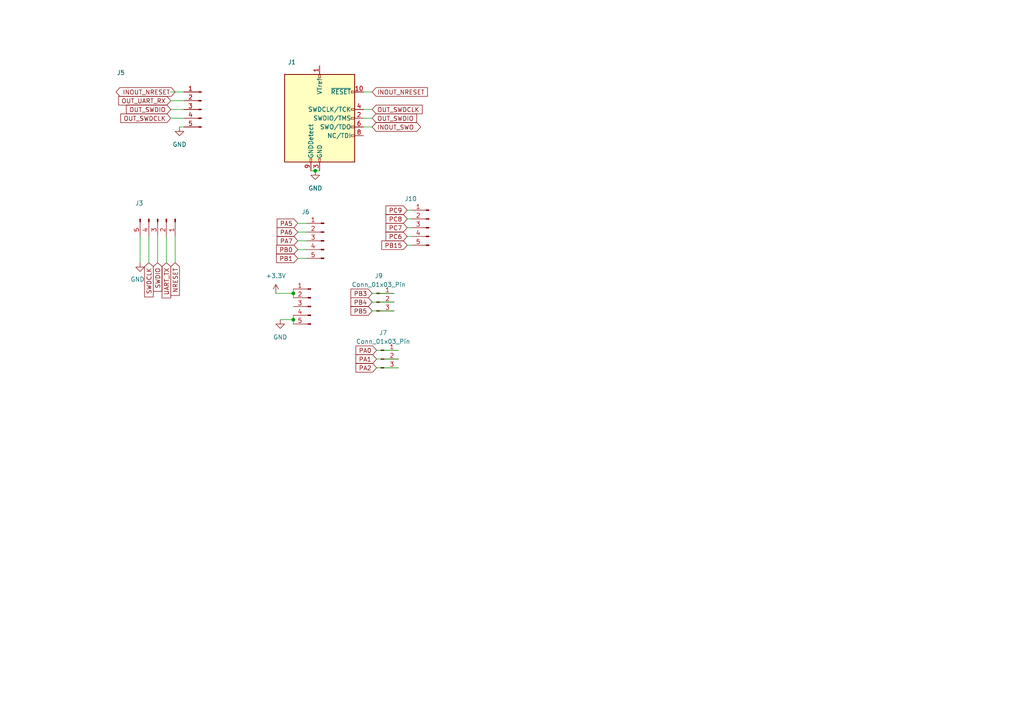
<source format=kicad_sch>
(kicad_sch (version 20231120) (generator "eeschema") (generator_version "8.0")
  (paper "A4")
  (title_block (title "Swindle CH32V303") (rev "H"))
  (lib_symbols
    (symbol "Connector:Conn_01x03_Pin" (pin_names (offset 1.016) hide)
      (property "Reference" "J" (at 0 5.08 0))
      (property "Value" "Conn_01x03_Pin" (at 0 -5.08 0))
      (symbol "Conn_01x03_Pin_1_1"
        (polyline (pts (xy 1.27 -2.54) (xy 0.8636 -2.54)) (stroke (width 0.1524)))
        (polyline (pts (xy 1.27 0) (xy 0.8636 0)) (stroke (width 0.1524)))
        (polyline (pts (xy 1.27 2.54) (xy 0.8636 2.54)) (stroke (width 0.1524)))
        (rectangle (start 0.8636 -2.413) (end 0 -2.667) (stroke (width 0.1524)) (fill (type outline)))
        (rectangle (start 0.8636 0.127) (end 0 -0.127) (stroke (width 0.1524)) (fill (type outline)))
        (rectangle (start 0.8636 2.667) (end 0 2.413) (stroke (width 0.1524)) (fill (type outline)))
        (pin passive line (at 5.08 2.54 180) (length 3.81) (name "Pin_1") (number "1"))
        (pin passive line (at 5.08 0 180) (length 3.81) (name "Pin_2") (number "2"))
        (pin passive line (at 5.08 -2.54 180) (length 3.81) (name "Pin_3") (number "3"))
      )
    )
    (symbol "Connector:Conn_01x05_Male" (pin_names (offset 1.016) hide)
      (property "Reference" "J" (at 0 7.62 0))
      (property "Value" "Conn_01x05_Male" (at 0 -7.62 0))
      (symbol "Conn_01x05_Male_1_1"
        (polyline (pts (xy 1.27 -5.08) (xy 0.8636 -5.08)) (stroke (width 0.1524)))
        (polyline (pts (xy 1.27 -2.54) (xy 0.8636 -2.54)) (stroke (width 0.1524)))
        (polyline (pts (xy 1.27 0) (xy 0.8636 0)) (stroke (width 0.1524)))
        (polyline (pts (xy 1.27 2.54) (xy 0.8636 2.54)) (stroke (width 0.1524)))
        (polyline (pts (xy 1.27 5.08) (xy 0.8636 5.08)) (stroke (width 0.1524)))
        (rectangle (start 0.8636 -4.953) (end 0 -5.207) (stroke (width 0.1524)) (fill (type outline)))
        (rectangle (start 0.8636 -2.413) (end 0 -2.667) (stroke (width 0.1524)) (fill (type outline)))
        (rectangle (start 0.8636 0.127) (end 0 -0.127) (stroke (width 0.1524)) (fill (type outline)))
        (rectangle (start 0.8636 2.667) (end 0 2.413) (stroke (width 0.1524)) (fill (type outline)))
        (rectangle (start 0.8636 5.207) (end 0 4.953) (stroke (width 0.1524)) (fill (type outline)))
        (pin passive line (at 5.08 5.08 180) (length 3.81) (name "Pin_1") (number "1"))
        (pin passive line (at 5.08 2.54 180) (length 3.81) (name "Pin_2") (number "2"))
        (pin passive line (at 5.08 0 180) (length 3.81) (name "Pin_3") (number "3"))
        (pin passive line (at 5.08 -2.54 180) (length 3.81) (name "Pin_4") (number "4"))
        (pin passive line (at 5.08 -5.08 180) (length 3.81) (name "Pin_5") (number "5"))
      )
    )
    (symbol "Connector:Conn_ARM_JTAG_SWD_10" (pin_names (offset 1.016))
      (property "Reference" "J" (at -2.54 16.51 0))
      (property "Value" "Conn_ARM_JTAG_SWD_10" (at -2.54 13.97 0))
      (symbol "Conn_ARM_JTAG_SWD_10_0_1"
        (rectangle (start -10.16 12.7) (end 10.16 -12.7) (stroke (width 0.254)) (fill (type background)))
        (rectangle (start -2.794 -12.7) (end -2.286 -11.684))
        (rectangle (start -0.254 -12.7) (end 0.254 -11.684))
        (rectangle (start -0.254 12.7) (end 0.254 11.684))
        (rectangle (start 9.144 2.286) (end 10.16 2.794))
        (rectangle (start 10.16 -2.794) (end 9.144 -2.286))
        (rectangle (start 10.16 -0.254) (end 9.144 0.254))
        (rectangle (start 10.16 7.874) (end 9.144 7.366))
      )
      (symbol "Conn_ARM_JTAG_SWD_10_1_1"
        (rectangle (start 9.144 -5.334) (end 10.16 -4.826))
        (pin power_in line (at 0 15.24 270) (length 2.54) (name "VTref") (number "1"))
        (pin open_collector line (at 12.7 7.62 180) (length 2.54) (name "~{RESET}") (number "10"))
        (pin bidirectional line (at 12.7 0 180) (length 2.54) (name "SWDIO/TMS") (number "2"))
        (pin power_in line (at 0 -15.24 90) (length 2.54) (name "GND") (number "3"))
        (pin output line (at 12.7 2.54 180) (length 2.54) (name "SWDCLK/TCK") (number "4"))
        (pin passive line (at 0 -15.24 90) (length 2.54) hide (name "GND") (number "5"))
        (pin input line (at 12.7 -2.54 180) (length 2.54) (name "SWO/TDO") (number "6"))
        (pin no_connect line (at -10.16 0 0) (length 2.54) hide (name "KEY") (number "7"))
        (pin output line (at 12.7 -5.08 180) (length 2.54) (name "NC/TDI") (number "8"))
        (pin passive line (at -2.54 -15.24 90) (length 2.54) (name "GNDDetect") (number "9"))
      )
    )
    (symbol "power:+3.3V" (power) (pin_numbers hide) (pin_names (offset 0) hide)
      (property "Value" "+3.3V" (at 0 3.556 0))
      (symbol "+3.3V_0_1"
        (polyline (pts (xy -0.762 1.27) (xy 0 2.54)))
        (polyline (pts (xy 0 0) (xy 0 2.54)))
        (polyline (pts (xy 0 2.54) (xy 0.762 1.27)))
      )
      (symbol "+3.3V_1_1"
        (pin power_in line (at 0 0 90) (length 0) (name "~") (number "1"))
      )
    )
    (symbol "power:GND" (power) (pin_names (offset 0))
      (property "Value" "GND" (at 0 -3.81 0))
      (symbol "GND_0_1"
        (polyline (pts (xy 0 0) (xy 0 -1.27) (xy 1.27 -1.27) (xy 0 -2.54) (xy -1.27 -1.27) (xy 0 -1.27)))
      )
      (symbol "GND_1_1"
        (pin power_in line (at 0 0 270) (length 0) hide (name "GND") (number "1"))
      )
    )
  )
  (junction (at 85.09 85.09))
  (junction (at 91.44 49.53))
  (junction (at 85.09 92.71))
  (wire (pts (xy 107.95 87.63) (xy 114.3 87.63)))
  (wire (pts (xy 118.11 63.5) (xy 119.38 63.5)))
  (wire (pts (xy 109.22 106.68) (xy 115.57 106.68)))
  (wire (pts (xy 52.07 36.83) (xy 53.34 36.83)))
  (wire (pts (xy 107.95 90.17) (xy 114.3 90.17)))
  (wire (pts (xy 118.11 66.04) (xy 119.38 66.04)))
  (wire (pts (xy 109.22 101.6) (xy 115.57 101.6)))
  (wire (pts (xy 91.44 49.53) (xy 92.71 49.53)))
  (wire (pts (xy 107.95 85.09) (xy 114.3 85.09)))
  (wire (pts (xy 118.11 68.58) (xy 119.38 68.58)))
  (wire (pts (xy 49.53 34.29) (xy 53.34 34.29)))
  (wire (pts (xy 86.36 69.85) (xy 88.9 69.85)))
  (wire (pts (xy 105.41 26.67) (xy 107.95 26.67)))
  (wire (pts (xy 86.36 64.77) (xy 88.9 64.77)))
  (wire (pts (xy 85.09 92.71) (xy 85.09 93.98)))
  (wire (pts (xy 49.53 26.67) (xy 53.34 26.67)))
  (wire (pts (xy 109.22 104.14) (xy 115.57 104.14)))
  (wire (pts (xy 48.26 68.58) (xy 48.26 76.2)))
  (wire (pts (xy 81.28 92.71) (xy 85.09 92.71)))
  (wire (pts (xy 86.36 67.31) (xy 88.9 67.31)))
  (wire (pts (xy 80.01 85.09) (xy 85.09 85.09)))
  (wire (pts (xy 43.18 68.58) (xy 43.18 76.2)))
  (wire (pts (xy 50.8 68.58) (xy 50.8 76.2)))
  (wire (pts (xy 118.11 60.96) (xy 119.38 60.96)))
  (wire (pts (xy 85.09 85.09) (xy 85.09 86.36)))
  (wire (pts (xy 45.72 68.58) (xy 45.72 76.2)))
  (wire (pts (xy 90.17 49.53) (xy 91.44 49.53)))
  (wire (pts (xy 49.53 31.75) (xy 53.34 31.75)))
  (wire (pts (xy 118.11 71.12) (xy 119.38 71.12)))
  (wire (pts (xy 105.41 31.75) (xy 107.95 31.75)))
  (wire (pts (xy 40.64 68.58) (xy 40.64 76.2)))
  (wire (pts (xy 105.41 34.29) (xy 107.95 34.29)))
  (wire (pts (xy 49.53 29.21) (xy 53.34 29.21)))
  (wire (pts (xy 85.09 91.44) (xy 85.09 92.71)))
  (wire (pts (xy 105.41 36.83) (xy 107.95 36.83)))
  (wire (pts (xy 86.36 74.93) (xy 88.9 74.93)))
  (wire (pts (xy 85.09 83.82) (xy 85.09 85.09)))
  (wire (pts (xy 86.36 72.39) (xy 88.9 72.39)))
  (global_label "OUT_SWDIO" (shape input) (at 49.53 31.75 180) (property "Intersheetrefs" "${INTERSHEET_REFS}" (effects (hide yes))))
  (global_label "PA6" (shape input) (at 86.36 67.31 180) (property "Intersheetrefs" "${INTERSHEET_REFS}" (effects (hide yes))))
  (global_label "INOUT_NRESET" (shape input) (at 107.95 26.67 0) (property "Intersheetrefs" "${INTERSHEET_REFS}" (effects (hide yes))))
  (global_label "SWDCLK" (shape input) (at 43.18 76.2 270) (property "Intersheetrefs" "${INTERSHEET_REFS}" (effects (hide yes))))
  (global_label "PA1" (shape input) (at 109.22 104.14 180) (property "Intersheetrefs" "${INTERSHEET_REFS}" (effects (hide yes))))
  (global_label "PB15" (shape input) (at 118.11 71.12 180) (property "Intersheetrefs" "${INTERSHEET_REFS}" (effects (hide yes))))
  (global_label "SWDIO" (shape input) (at 45.72 76.2 270) (property "Intersheetrefs" "${INTERSHEET_REFS}" (effects (hide yes))))
  (global_label "PB1" (shape input) (at 86.36 74.93 180) (property "Intersheetrefs" "${INTERSHEET_REFS}" (effects (hide yes))))
  (global_label "PA0" (shape input) (at 109.22 101.6 180) (property "Intersheetrefs" "${INTERSHEET_REFS}" (effects (hide yes))))
  (global_label "PC6" (shape input) (at 118.11 68.58 180) (property "Intersheetrefs" "${INTERSHEET_REFS}" (effects (hide yes))))
  (global_label "PA5" (shape input) (at 86.36 64.77 180) (property "Intersheetrefs" "${INTERSHEET_REFS}" (effects (hide yes))))
  (global_label "PB3" (shape input) (at 107.95 85.09 180) (property "Intersheetrefs" "${INTERSHEET_REFS}" (effects (hide yes))))
  (global_label "PB5" (shape input) (at 107.95 90.17 180) (property "Intersheetrefs" "${INTERSHEET_REFS}" (effects (hide yes))))
  (global_label "OUT_SWDCLK" (shape input) (at 49.53 34.29 180) (property "Intersheetrefs" "${INTERSHEET_REFS}" (effects (hide yes))))
  (global_label "PA2" (shape input) (at 109.22 106.68 180) (property "Intersheetrefs" "${INTERSHEET_REFS}" (effects (hide yes))))
  (global_label "OUT_SWDIO" (shape input) (at 107.95 34.29 0) (property "Intersheetrefs" "${INTERSHEET_REFS}" (effects (hide yes))))
  (global_label "UART_TX" (shape input) (at 48.26 76.2 270) (property "Intersheetrefs" "${INTERSHEET_REFS}" (effects (hide yes))))
  (global_label "PC9" (shape input) (at 118.11 60.96 180) (property "Intersheetrefs" "${INTERSHEET_REFS}" (effects (hide yes))))
  (global_label "PC8" (shape input) (at 118.11 63.5 180) (property "Intersheetrefs" "${INTERSHEET_REFS}" (effects (hide yes))))
  (global_label "OUT_SWDCLK" (shape input) (at 107.95 31.75 0) (property "Intersheetrefs" "${INTERSHEET_REFS}" (effects (hide yes))))
  (global_label "PB0" (shape input) (at 86.36 72.39 180) (property "Intersheetrefs" "${INTERSHEET_REFS}" (effects (hide yes))))
  (global_label "PB4" (shape input) (at 107.95 87.63 180) (property "Intersheetrefs" "${INTERSHEET_REFS}" (effects (hide yes))))
  (global_label "PC7" (shape input) (at 118.11 66.04 180) (property "Intersheetrefs" "${INTERSHEET_REFS}" (effects (hide yes))))
  (global_label "INOUT_SWO" (shape bidirectional) (at 107.95 36.83 0) (property "Intersheetrefs" "${INTERSHEET_REFS}" (effects (hide yes))))
  (global_label "OUT_UART_RX" (shape input) (at 49.53 29.21 180) (property "Intersheetrefs" "${INTERSHEET_REFS}" (effects (hide yes))))
  (global_label "PA7" (shape input) (at 86.36 69.85 180) (property "Intersheetrefs" "${INTERSHEET_REFS}" (effects (hide yes))))
  (global_label "NRESET" (shape input) (at 50.8 76.2 270) (property "Intersheetrefs" "${INTERSHEET_REFS}" (effects (hide yes))))
  (global_label "INOUT_NRESET" (shape bidirectional) (at 50.8 26.67 180) (property "Intersheetrefs" "${INTERSHEET_REFS}" (effects (hide yes))))
  (symbol (lib_id "Connector:Conn_01x05_Male") (at 90.17 88.9 0) (mirror y) (unit 1)
    (property "Reference" "J8" (effects (hide yes)))
    (property "Value" "Debug port" (effects (hide yes)))
    (property "Footprint" "Connector_PinSocket_1.27mm:PinSocket_1x05_P1.27mm_Vertical" (effects (hide yes)))
  )
  (symbol (lib_id "Connector:Conn_ARM_JTAG_SWD_10") (at 92.71 34.29 0) (unit 1)
    (property "Reference" "J1" (at 85.852 18.034 0) (effects (justify right)))
    (property "Value" "jtag" (effects (hide yes)))
    (property "Footprint" "Connector_PinHeader_1.27mm:PinHeader_2x05_P1.27mm_Vertical_SMD" (effects (hide yes)))
    (property "Datasheet" "http://infocenter.arm.com/help/topic/com.arm.doc.ddi0314h/DDI0314H_coresight_components_trm.pdf" (effects (hide yes)))
    (property "Description" "Cortex Debug Connector, standard ARM Cortex-M SWD and JTAG interface" (effects (hide yes)))
  )
  (symbol (lib_id "Connector:Conn_01x05_Male") (at 93.98 69.85 0) (mirror y) (unit 1)
    (property "Reference" "J6" (at 88.646 61.468 0))
    (property "Value" "Debug port" (effects (hide yes)))
    (property "Footprint" "Connector_PinSocket_1.27mm:PinSocket_1x05_P1.27mm_Vertical" (effects (hide yes)))
  )
  (symbol (lib_id "power:+3.3V") (at 80.01 85.09 0) (unit 1)
    (property "Reference" "#PWR036" (effects (hide yes)))
    (property "Value" "+3.3V" (at 80.01 80.01 0))
    (property "Description" "Power symbol creates a global label with name \"+3.3V\"" (effects (hide yes)))
  )
  (symbol (lib_id "Connector:Conn_01x05_Male") (at 45.72 63.5 270) (unit 1)
    (property "Reference" "J3" (at 40.386 58.928 90))
    (property "Value" "Dbg" (effects (hide yes)))
    (property "Footprint" "Connector_PinSocket_1.27mm:PinSocket_1x05_P1.27mm_Vertical" (effects (hide yes)))
  )
  (symbol (lib_id "Connector:Conn_01x03_Pin") (at 109.22 87.63 0) (unit 1)
    (property "Reference" "J9" (at 109.855 80.01 0))
    (property "Value" "Conn_01x03_Pin" (at 109.855 82.55 0))
    (property "Footprint" "Connector_PinSocket_1.27mm:PinSocket_1x03_P1.27mm_Vertical" (effects (hide yes)))
    (property "Description" "Generic connector, single row, 01x03, script generated" (effects (hide yes)))
  )
  (symbol (lib_id "Connector:Conn_01x05_Male") (at 124.46 66.04 0) (mirror y) (unit 1)
    (property "Reference" "J10" (at 119.126 57.658 0))
    (property "Value" "Debug port" (effects (hide yes)))
    (property "Footprint" "Connector_PinSocket_1.27mm:PinSocket_1x05_P1.27mm_Vertical" (effects (hide yes)))
  )
  (symbol (lib_id "Connector:Conn_01x05_Male") (at 58.42 31.75 0) (mirror y) (unit 1)
    (property "Reference" "J5" (at 35.052 21.082 0))
    (property "Value" "Debug port" (effects (hide yes)))
    (property "Footprint" "Connector_JST:JST_XH_B5B-XH-A_1x05_P2.50mm_Vertical" (effects (hide yes)))
  )
  (symbol (lib_id "Connector:Conn_01x03_Pin") (at 110.49 104.14 0) (unit 1)
    (property "Reference" "J7" (at 111.125 96.52 0))
    (property "Value" "Conn_01x03_Pin" (at 111.125 99.06 0))
    (property "Footprint" "Connector_PinSocket_1.27mm:PinSocket_1x03_P1.27mm_Vertical" (effects (hide yes)))
    (property "Description" "Generic connector, single row, 01x03, script generated" (effects (hide yes)))
  )
  (symbol (lib_id "power:GND") (at 52.07 36.83 0) (unit 1)
    (property "Reference" "#PWR020" (effects (hide yes)))
    (property "Value" "GND" (at 52.07 41.91 0))
  )
  (symbol (lib_id "power:GND") (at 91.44 49.53 0) (unit 1)
    (property "Reference" "#PWR010" (effects (hide yes)))
    (property "Value" "GND" (at 91.44 54.61 0))
  )
  (symbol (lib_id "power:GND") (at 81.28 92.71 0) (unit 1)
    (property "Reference" "#PWR035" (effects (hide yes)))
    (property "Value" "GND" (at 81.28 97.79 0))
  )
  (symbol (lib_id "power:GND") (at 40.64 76.2 0) (unit 1)
    (property "Reference" "#PWR012" (effects (hide yes)))
    (property "Value" "GND" (at 39.878 81.026 0))
  )
)
</source>
